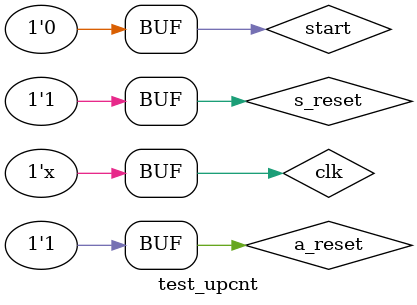
<source format=v>
module test_upcnt;
    reg start,a_reset,s_reset,clk;
    wire[3:0] count;

  	//upcnt_structural t1(count,start,a_reset,s_reset,clk);  
    upcnt t1(count,start,a_reset,s_reset,clk); 
  	
  	initial begin
    	clk=1;
    	start = 0;
    	s_reset = 1;    	
    	a_reset=1;
    
    end // initial begin

    always begin
      #5 clk = ~clk;
    end





endmodule

</source>
